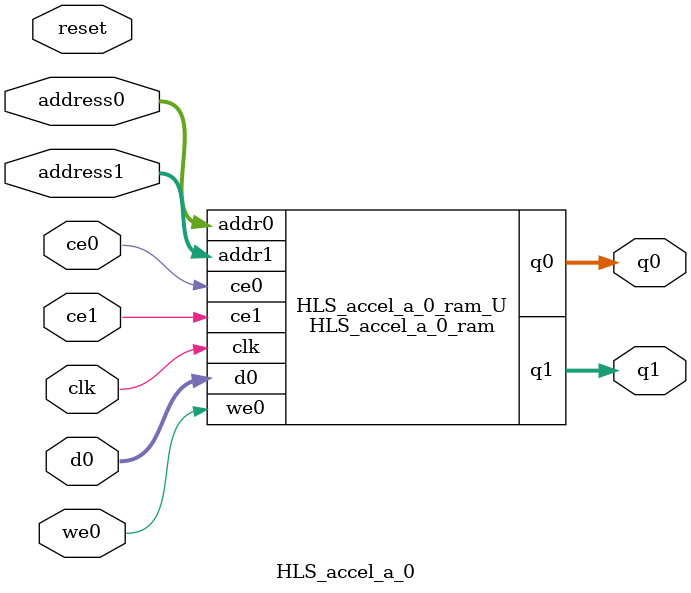
<source format=v>
`timescale 1 ns / 1 ps
module HLS_accel_a_0_ram (addr0, ce0, d0, we0, q0, addr1, ce1, q1,  clk);

parameter DWIDTH = 32;
parameter AWIDTH = 6;
parameter MEM_SIZE = 64;

input[AWIDTH-1:0] addr0;
input ce0;
input[DWIDTH-1:0] d0;
input we0;
output reg[DWIDTH-1:0] q0;
input[AWIDTH-1:0] addr1;
input ce1;
output reg[DWIDTH-1:0] q1;
input clk;

(* ram_style = "block" *)reg [DWIDTH-1:0] ram[0:MEM_SIZE-1];




always @(posedge clk)  
begin 
    if (ce0) 
    begin
        if (we0) 
        begin 
            ram[addr0] <= d0; 
        end 
        q0 <= ram[addr0];
    end
end


always @(posedge clk)  
begin 
    if (ce1) 
    begin
        q1 <= ram[addr1];
    end
end


endmodule

`timescale 1 ns / 1 ps
module HLS_accel_a_0(
    reset,
    clk,
    address0,
    ce0,
    we0,
    d0,
    q0,
    address1,
    ce1,
    q1);

parameter DataWidth = 32'd32;
parameter AddressRange = 32'd64;
parameter AddressWidth = 32'd6;
input reset;
input clk;
input[AddressWidth - 1:0] address0;
input ce0;
input we0;
input[DataWidth - 1:0] d0;
output[DataWidth - 1:0] q0;
input[AddressWidth - 1:0] address1;
input ce1;
output[DataWidth - 1:0] q1;



HLS_accel_a_0_ram HLS_accel_a_0_ram_U(
    .clk( clk ),
    .addr0( address0 ),
    .ce0( ce0 ),
    .we0( we0 ),
    .d0( d0 ),
    .q0( q0 ),
    .addr1( address1 ),
    .ce1( ce1 ),
    .q1( q1 ));

endmodule


</source>
